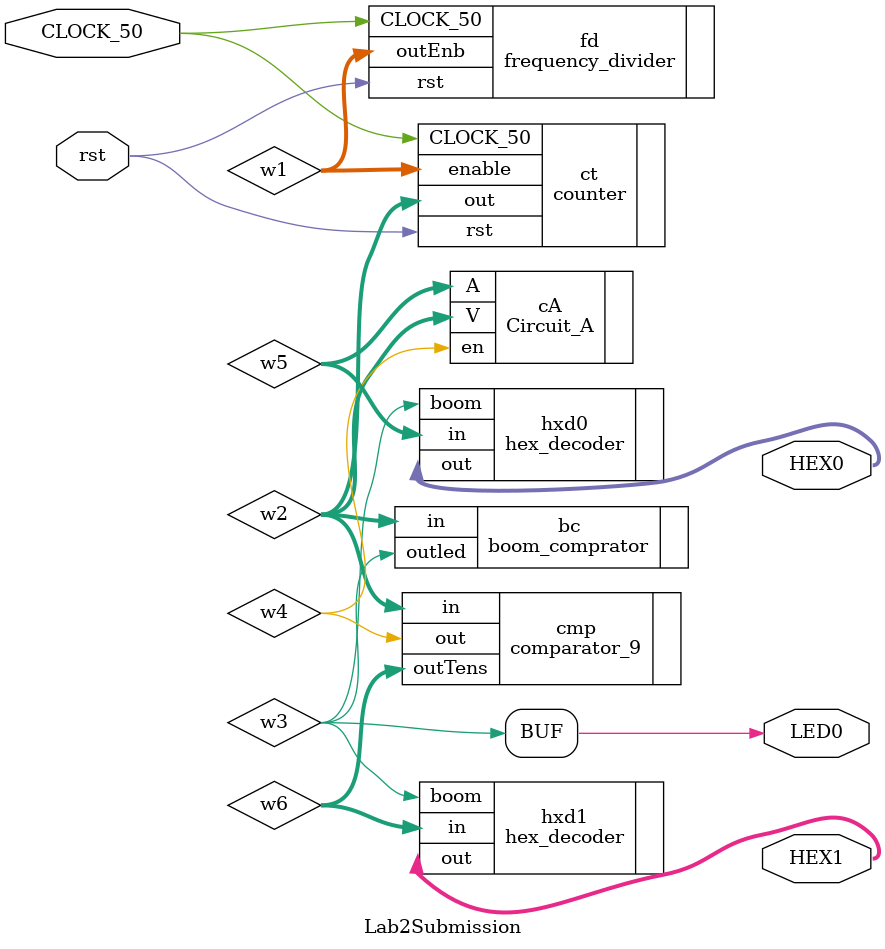
<source format=v>

module Lab2Submission(HEX0, HEX1, LED0,CLOCK_50,rst);
	input CLOCK_50, rst;
	output [7:0]HEX0, HEX1;
	output LED0;
	wire [3:0]w1, w2;
	wire w3, w4;
	wire [3:0]w5, w6;
	
	frequency_divider fd (.CLOCK_50(CLOCK_50),.outEnb(w1),.rst(rst));
	counter ct (.CLOCK_50(CLOCK_50) , .enable(w1), .rst(rst), .out(w2));
	boom_comprator bc (.in(w2), .outled(w3)); // w2 => number-to write hex in decimal, w3 => boom comparator result.
	
	comparator_9 cmp (.in(w2), .out(w4), .outTens(w6)); // w4 => 1: w2 is greater than 10, 0: less than 10
	//wire w6 = (w4) ? (4'b0001) : (4'b0000); // assign the tens digit to w6
	
	Circuit_A cA (.A(w5), .V(w2), .en(w4)); // if w2 is greater than 10, subtract 10
	
	hex_decoder hxd0 (.boom(w3), .in(w5), .out(HEX0)); // writes the ones digit to hex0.
	
	hex_decoder hxd1 (.boom(w3), .in(w6), .out(HEX1)); // writes the tens digit to hex1.
	assign LED0 = w3;
	
endmodule

</source>
